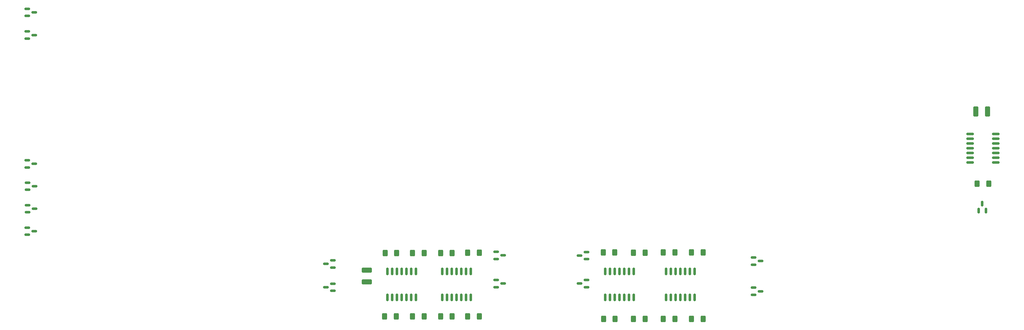
<source format=gbp>
G04 #@! TF.GenerationSoftware,KiCad,Pcbnew,6.0.11+dfsg-1*
G04 #@! TF.CreationDate,2025-04-29T08:55:15+02:00*
G04 #@! TF.ProjectId,zx-cherry-keyboard,7a782d63-6865-4727-9279-2d6b6579626f,1.1*
G04 #@! TF.SameCoordinates,Original*
G04 #@! TF.FileFunction,Paste,Bot*
G04 #@! TF.FilePolarity,Positive*
%FSLAX46Y46*%
G04 Gerber Fmt 4.6, Leading zero omitted, Abs format (unit mm)*
G04 Created by KiCad (PCBNEW 6.0.11+dfsg-1) date 2025-04-29 08:55:15*
%MOMM*%
%LPD*%
G01*
G04 APERTURE LIST*
G04 Aperture macros list*
%AMRoundRect*
0 Rectangle with rounded corners*
0 $1 Rounding radius*
0 $2 $3 $4 $5 $6 $7 $8 $9 X,Y pos of 4 corners*
0 Add a 4 corners polygon primitive as box body*
4,1,4,$2,$3,$4,$5,$6,$7,$8,$9,$2,$3,0*
0 Add four circle primitives for the rounded corners*
1,1,$1+$1,$2,$3*
1,1,$1+$1,$4,$5*
1,1,$1+$1,$6,$7*
1,1,$1+$1,$8,$9*
0 Add four rect primitives between the rounded corners*
20,1,$1+$1,$2,$3,$4,$5,0*
20,1,$1+$1,$4,$5,$6,$7,0*
20,1,$1+$1,$6,$7,$8,$9,0*
20,1,$1+$1,$8,$9,$2,$3,0*%
G04 Aperture macros list end*
%ADD10RoundRect,0.250000X0.400000X0.625000X-0.400000X0.625000X-0.400000X-0.625000X0.400000X-0.625000X0*%
%ADD11RoundRect,0.150000X-0.150000X0.837500X-0.150000X-0.837500X0.150000X-0.837500X0.150000X0.837500X0*%
%ADD12RoundRect,0.150000X-0.587500X-0.150000X0.587500X-0.150000X0.587500X0.150000X-0.587500X0.150000X0*%
%ADD13RoundRect,0.150000X0.587500X0.150000X-0.587500X0.150000X-0.587500X-0.150000X0.587500X-0.150000X0*%
%ADD14RoundRect,0.150000X-0.837500X-0.150000X0.837500X-0.150000X0.837500X0.150000X-0.837500X0.150000X0*%
%ADD15RoundRect,0.250000X1.100000X-0.412500X1.100000X0.412500X-1.100000X0.412500X-1.100000X-0.412500X0*%
%ADD16RoundRect,0.150000X0.150000X-0.587500X0.150000X0.587500X-0.150000X0.587500X-0.150000X-0.587500X0*%
%ADD17RoundRect,0.250000X-0.412500X-1.100000X0.412500X-1.100000X0.412500X1.100000X-0.412500X1.100000X0*%
G04 APERTURE END LIST*
D10*
X247550000Y-193920000D03*
X244450000Y-193920000D03*
X181120000Y-193270000D03*
X178020000Y-193270000D03*
D11*
X253190000Y-181287500D03*
X254460000Y-181287500D03*
X255730000Y-181287500D03*
X257000000Y-181287500D03*
X258270000Y-181287500D03*
X259540000Y-181287500D03*
X260810000Y-181287500D03*
X260810000Y-188212500D03*
X259540000Y-188212500D03*
X258270000Y-188212500D03*
X257000000Y-188212500D03*
X255730000Y-188212500D03*
X254460000Y-188212500D03*
X253190000Y-188212500D03*
D12*
X276562500Y-179450000D03*
X276562500Y-177550000D03*
X278437500Y-178500000D03*
D10*
X263050000Y-176200000D03*
X259950000Y-176200000D03*
X263050000Y-193920000D03*
X259950000Y-193920000D03*
D13*
X164187500Y-178300000D03*
X164187500Y-180200000D03*
X162312500Y-179250000D03*
X231950000Y-176050000D03*
X231950000Y-177950000D03*
X230075000Y-177000000D03*
D10*
X203300000Y-176300000D03*
X200200000Y-176300000D03*
X196050000Y-176310000D03*
X192950000Y-176310000D03*
X181240000Y-176310000D03*
X178140000Y-176310000D03*
X339350000Y-157800000D03*
X336250000Y-157800000D03*
X196050000Y-193250000D03*
X192950000Y-193250000D03*
D12*
X276542500Y-187500000D03*
X276542500Y-185600000D03*
X278417500Y-186550000D03*
X82542500Y-119010000D03*
X82542500Y-117110000D03*
X84417500Y-118060000D03*
X82562500Y-153450000D03*
X82562500Y-151550000D03*
X84437500Y-152500000D03*
D10*
X203300000Y-193250000D03*
X200200000Y-193250000D03*
D12*
X207812500Y-185450000D03*
X207812500Y-183550000D03*
X209687500Y-184500000D03*
X82572500Y-171450000D03*
X82572500Y-169550000D03*
X84447500Y-170500000D03*
D10*
X255550000Y-176200000D03*
X252450000Y-176200000D03*
D14*
X334337500Y-152110000D03*
X334337500Y-150840000D03*
X334337500Y-149570000D03*
X334337500Y-148300000D03*
X334337500Y-147030000D03*
X334337500Y-145760000D03*
X334337500Y-144490000D03*
X341262500Y-144490000D03*
X341262500Y-145760000D03*
X341262500Y-147030000D03*
X341262500Y-148300000D03*
X341262500Y-149570000D03*
X341262500Y-150840000D03*
X341262500Y-152110000D03*
D10*
X247550000Y-176250000D03*
X244450000Y-176250000D03*
D12*
X207812500Y-177910000D03*
X207812500Y-176010000D03*
X209687500Y-176960000D03*
X82625000Y-159450000D03*
X82625000Y-157550000D03*
X84500000Y-158500000D03*
D10*
X239570000Y-193940000D03*
X236470000Y-193940000D03*
X255550000Y-193920000D03*
X252450000Y-193920000D03*
D11*
X193440000Y-181257500D03*
X194710000Y-181257500D03*
X195980000Y-181257500D03*
X197250000Y-181257500D03*
X198520000Y-181257500D03*
X199790000Y-181257500D03*
X201060000Y-181257500D03*
X201060000Y-188182500D03*
X199790000Y-188182500D03*
X198520000Y-188182500D03*
X197250000Y-188182500D03*
X195980000Y-188182500D03*
X194710000Y-188182500D03*
X193440000Y-188182500D03*
X178720000Y-181257500D03*
X179990000Y-181257500D03*
X181260000Y-181257500D03*
X182530000Y-181257500D03*
X183800000Y-181257500D03*
X185070000Y-181257500D03*
X186340000Y-181257500D03*
X186340000Y-188182500D03*
X185070000Y-188182500D03*
X183800000Y-188182500D03*
X182530000Y-188182500D03*
X181260000Y-188182500D03*
X179990000Y-188182500D03*
X178720000Y-188182500D03*
D10*
X188550000Y-193250000D03*
X185450000Y-193250000D03*
D13*
X231937500Y-183550000D03*
X231937500Y-185450000D03*
X230062500Y-184500000D03*
D10*
X239490000Y-176190000D03*
X236390000Y-176190000D03*
D15*
X173250000Y-184062500D03*
X173250000Y-180937500D03*
D16*
X338580000Y-164980000D03*
X336680000Y-164980000D03*
X337630000Y-163105000D03*
D11*
X236940000Y-181287500D03*
X238210000Y-181287500D03*
X239480000Y-181287500D03*
X240750000Y-181287500D03*
X242020000Y-181287500D03*
X243290000Y-181287500D03*
X244560000Y-181287500D03*
X244560000Y-188212500D03*
X243290000Y-188212500D03*
X242020000Y-188212500D03*
X240750000Y-188212500D03*
X239480000Y-188212500D03*
X238210000Y-188212500D03*
X236940000Y-188212500D03*
D10*
X188550000Y-176330000D03*
X185450000Y-176330000D03*
D13*
X164230000Y-184550000D03*
X164230000Y-186450000D03*
X162355000Y-185500000D03*
D12*
X82562500Y-112950000D03*
X82562500Y-111050000D03*
X84437500Y-112000000D03*
D17*
X335937500Y-138500000D03*
X339062500Y-138500000D03*
D12*
X82625000Y-165450000D03*
X82625000Y-163550000D03*
X84500000Y-164500000D03*
M02*

</source>
